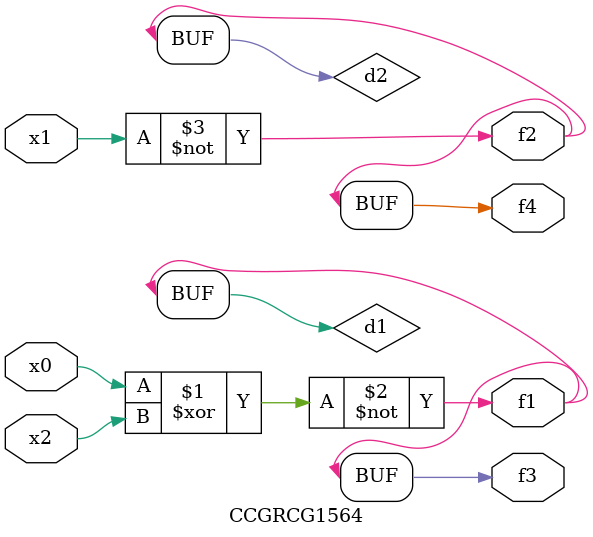
<source format=v>
module CCGRCG1564(
	input x0, x1, x2,
	output f1, f2, f3, f4
);

	wire d1, d2, d3;

	xnor (d1, x0, x2);
	nand (d2, x1);
	nor (d3, x1, x2);
	assign f1 = d1;
	assign f2 = d2;
	assign f3 = d1;
	assign f4 = d2;
endmodule

</source>
